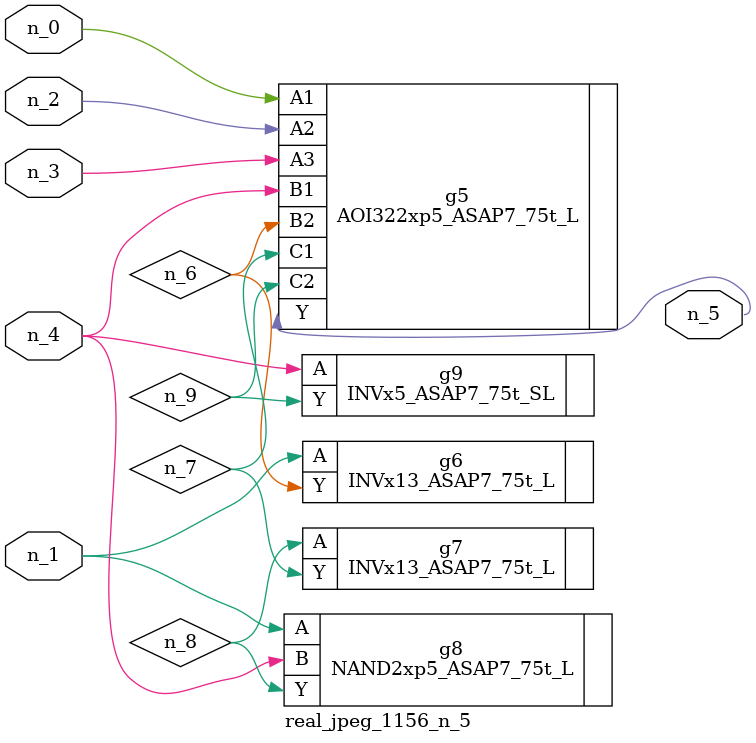
<source format=v>
module real_jpeg_1156_n_5 (n_4, n_0, n_1, n_2, n_3, n_5);

input n_4;
input n_0;
input n_1;
input n_2;
input n_3;

output n_5;

wire n_8;
wire n_6;
wire n_7;
wire n_9;

AOI322xp5_ASAP7_75t_L g5 ( 
.A1(n_0),
.A2(n_2),
.A3(n_3),
.B1(n_4),
.B2(n_6),
.C1(n_7),
.C2(n_9),
.Y(n_5)
);

INVx13_ASAP7_75t_L g6 ( 
.A(n_1),
.Y(n_6)
);

NAND2xp5_ASAP7_75t_L g8 ( 
.A(n_1),
.B(n_4),
.Y(n_8)
);

INVx5_ASAP7_75t_SL g9 ( 
.A(n_4),
.Y(n_9)
);

INVx13_ASAP7_75t_L g7 ( 
.A(n_8),
.Y(n_7)
);


endmodule
</source>
